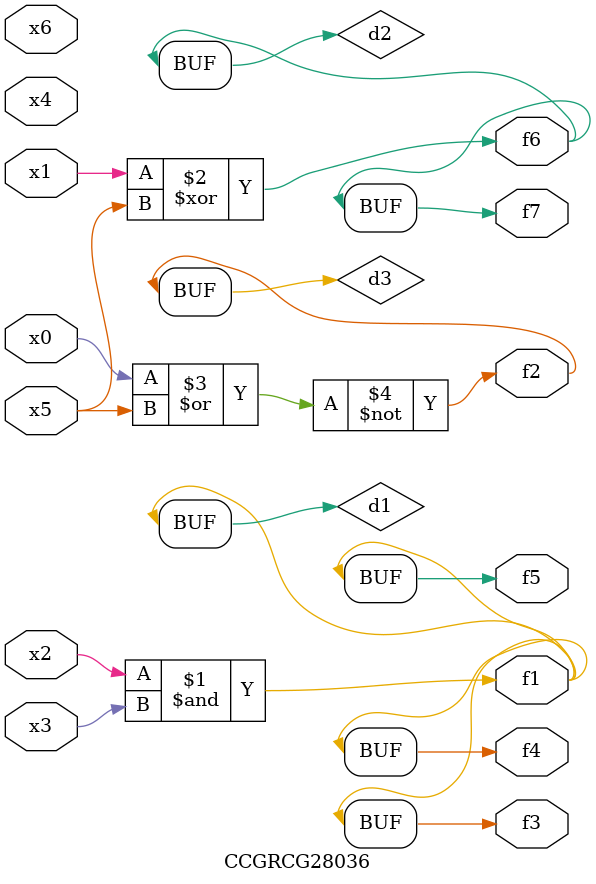
<source format=v>
module CCGRCG28036(
	input x0, x1, x2, x3, x4, x5, x6,
	output f1, f2, f3, f4, f5, f6, f7
);

	wire d1, d2, d3;

	and (d1, x2, x3);
	xor (d2, x1, x5);
	nor (d3, x0, x5);
	assign f1 = d1;
	assign f2 = d3;
	assign f3 = d1;
	assign f4 = d1;
	assign f5 = d1;
	assign f6 = d2;
	assign f7 = d2;
endmodule

</source>
